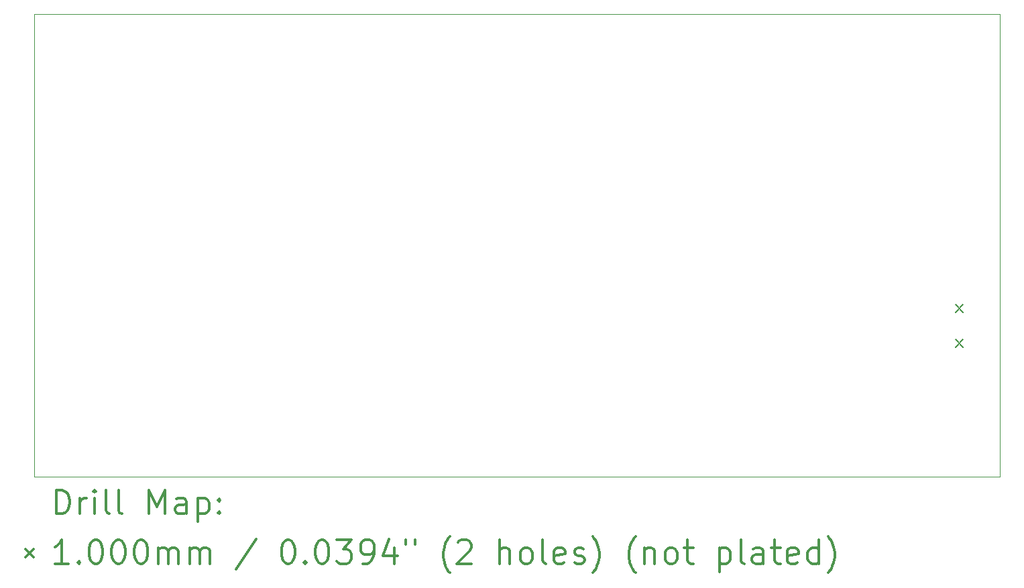
<source format=gbr>
%FSLAX45Y45*%
G04 Gerber Fmt 4.5, Leading zero omitted, Abs format (unit mm)*
G04 Created by KiCad (PCBNEW (5.1.10)-1) date 2021-10-13 19:52:33*
%MOMM*%
%LPD*%
G01*
G04 APERTURE LIST*
%TA.AperFunction,Profile*%
%ADD10C,0.100000*%
%TD*%
%ADD11C,0.200000*%
%ADD12C,0.300000*%
G04 APERTURE END LIST*
D10*
X17526000Y-2794000D02*
X17526000Y-8636000D01*
X5334000Y-2794000D02*
X17526000Y-2794000D01*
X5334000Y-8636000D02*
X5334000Y-2794000D01*
X17526000Y-8636000D02*
X5334000Y-8636000D01*
D11*
X16968000Y-6461000D02*
X17068000Y-6561000D01*
X17068000Y-6461000D02*
X16968000Y-6561000D01*
X16968000Y-6901000D02*
X17068000Y-7001000D01*
X17068000Y-6901000D02*
X16968000Y-7001000D01*
D12*
X5615428Y-9106714D02*
X5615428Y-8806714D01*
X5686857Y-8806714D01*
X5729714Y-8821000D01*
X5758286Y-8849572D01*
X5772571Y-8878143D01*
X5786857Y-8935286D01*
X5786857Y-8978143D01*
X5772571Y-9035286D01*
X5758286Y-9063857D01*
X5729714Y-9092429D01*
X5686857Y-9106714D01*
X5615428Y-9106714D01*
X5915428Y-9106714D02*
X5915428Y-8906714D01*
X5915428Y-8963857D02*
X5929714Y-8935286D01*
X5944000Y-8921000D01*
X5972571Y-8906714D01*
X6001143Y-8906714D01*
X6101143Y-9106714D02*
X6101143Y-8906714D01*
X6101143Y-8806714D02*
X6086857Y-8821000D01*
X6101143Y-8835286D01*
X6115428Y-8821000D01*
X6101143Y-8806714D01*
X6101143Y-8835286D01*
X6286857Y-9106714D02*
X6258286Y-9092429D01*
X6244000Y-9063857D01*
X6244000Y-8806714D01*
X6444000Y-9106714D02*
X6415428Y-9092429D01*
X6401143Y-9063857D01*
X6401143Y-8806714D01*
X6786857Y-9106714D02*
X6786857Y-8806714D01*
X6886857Y-9021000D01*
X6986857Y-8806714D01*
X6986857Y-9106714D01*
X7258286Y-9106714D02*
X7258286Y-8949572D01*
X7244000Y-8921000D01*
X7215428Y-8906714D01*
X7158286Y-8906714D01*
X7129714Y-8921000D01*
X7258286Y-9092429D02*
X7229714Y-9106714D01*
X7158286Y-9106714D01*
X7129714Y-9092429D01*
X7115428Y-9063857D01*
X7115428Y-9035286D01*
X7129714Y-9006714D01*
X7158286Y-8992429D01*
X7229714Y-8992429D01*
X7258286Y-8978143D01*
X7401143Y-8906714D02*
X7401143Y-9206714D01*
X7401143Y-8921000D02*
X7429714Y-8906714D01*
X7486857Y-8906714D01*
X7515428Y-8921000D01*
X7529714Y-8935286D01*
X7544000Y-8963857D01*
X7544000Y-9049572D01*
X7529714Y-9078143D01*
X7515428Y-9092429D01*
X7486857Y-9106714D01*
X7429714Y-9106714D01*
X7401143Y-9092429D01*
X7672571Y-9078143D02*
X7686857Y-9092429D01*
X7672571Y-9106714D01*
X7658286Y-9092429D01*
X7672571Y-9078143D01*
X7672571Y-9106714D01*
X7672571Y-8921000D02*
X7686857Y-8935286D01*
X7672571Y-8949572D01*
X7658286Y-8935286D01*
X7672571Y-8921000D01*
X7672571Y-8949572D01*
X5229000Y-9551000D02*
X5329000Y-9651000D01*
X5329000Y-9551000D02*
X5229000Y-9651000D01*
X5772571Y-9736714D02*
X5601143Y-9736714D01*
X5686857Y-9736714D02*
X5686857Y-9436714D01*
X5658286Y-9479572D01*
X5629714Y-9508143D01*
X5601143Y-9522429D01*
X5901143Y-9708143D02*
X5915428Y-9722429D01*
X5901143Y-9736714D01*
X5886857Y-9722429D01*
X5901143Y-9708143D01*
X5901143Y-9736714D01*
X6101143Y-9436714D02*
X6129714Y-9436714D01*
X6158286Y-9451000D01*
X6172571Y-9465286D01*
X6186857Y-9493857D01*
X6201143Y-9551000D01*
X6201143Y-9622429D01*
X6186857Y-9679572D01*
X6172571Y-9708143D01*
X6158286Y-9722429D01*
X6129714Y-9736714D01*
X6101143Y-9736714D01*
X6072571Y-9722429D01*
X6058286Y-9708143D01*
X6044000Y-9679572D01*
X6029714Y-9622429D01*
X6029714Y-9551000D01*
X6044000Y-9493857D01*
X6058286Y-9465286D01*
X6072571Y-9451000D01*
X6101143Y-9436714D01*
X6386857Y-9436714D02*
X6415428Y-9436714D01*
X6444000Y-9451000D01*
X6458286Y-9465286D01*
X6472571Y-9493857D01*
X6486857Y-9551000D01*
X6486857Y-9622429D01*
X6472571Y-9679572D01*
X6458286Y-9708143D01*
X6444000Y-9722429D01*
X6415428Y-9736714D01*
X6386857Y-9736714D01*
X6358286Y-9722429D01*
X6344000Y-9708143D01*
X6329714Y-9679572D01*
X6315428Y-9622429D01*
X6315428Y-9551000D01*
X6329714Y-9493857D01*
X6344000Y-9465286D01*
X6358286Y-9451000D01*
X6386857Y-9436714D01*
X6672571Y-9436714D02*
X6701143Y-9436714D01*
X6729714Y-9451000D01*
X6744000Y-9465286D01*
X6758286Y-9493857D01*
X6772571Y-9551000D01*
X6772571Y-9622429D01*
X6758286Y-9679572D01*
X6744000Y-9708143D01*
X6729714Y-9722429D01*
X6701143Y-9736714D01*
X6672571Y-9736714D01*
X6644000Y-9722429D01*
X6629714Y-9708143D01*
X6615428Y-9679572D01*
X6601143Y-9622429D01*
X6601143Y-9551000D01*
X6615428Y-9493857D01*
X6629714Y-9465286D01*
X6644000Y-9451000D01*
X6672571Y-9436714D01*
X6901143Y-9736714D02*
X6901143Y-9536714D01*
X6901143Y-9565286D02*
X6915428Y-9551000D01*
X6944000Y-9536714D01*
X6986857Y-9536714D01*
X7015428Y-9551000D01*
X7029714Y-9579572D01*
X7029714Y-9736714D01*
X7029714Y-9579572D02*
X7044000Y-9551000D01*
X7072571Y-9536714D01*
X7115428Y-9536714D01*
X7144000Y-9551000D01*
X7158286Y-9579572D01*
X7158286Y-9736714D01*
X7301143Y-9736714D02*
X7301143Y-9536714D01*
X7301143Y-9565286D02*
X7315428Y-9551000D01*
X7344000Y-9536714D01*
X7386857Y-9536714D01*
X7415428Y-9551000D01*
X7429714Y-9579572D01*
X7429714Y-9736714D01*
X7429714Y-9579572D02*
X7444000Y-9551000D01*
X7472571Y-9536714D01*
X7515428Y-9536714D01*
X7544000Y-9551000D01*
X7558286Y-9579572D01*
X7558286Y-9736714D01*
X8144000Y-9422429D02*
X7886857Y-9808143D01*
X8529714Y-9436714D02*
X8558286Y-9436714D01*
X8586857Y-9451000D01*
X8601143Y-9465286D01*
X8615428Y-9493857D01*
X8629714Y-9551000D01*
X8629714Y-9622429D01*
X8615428Y-9679572D01*
X8601143Y-9708143D01*
X8586857Y-9722429D01*
X8558286Y-9736714D01*
X8529714Y-9736714D01*
X8501143Y-9722429D01*
X8486857Y-9708143D01*
X8472571Y-9679572D01*
X8458286Y-9622429D01*
X8458286Y-9551000D01*
X8472571Y-9493857D01*
X8486857Y-9465286D01*
X8501143Y-9451000D01*
X8529714Y-9436714D01*
X8758286Y-9708143D02*
X8772571Y-9722429D01*
X8758286Y-9736714D01*
X8744000Y-9722429D01*
X8758286Y-9708143D01*
X8758286Y-9736714D01*
X8958286Y-9436714D02*
X8986857Y-9436714D01*
X9015428Y-9451000D01*
X9029714Y-9465286D01*
X9044000Y-9493857D01*
X9058286Y-9551000D01*
X9058286Y-9622429D01*
X9044000Y-9679572D01*
X9029714Y-9708143D01*
X9015428Y-9722429D01*
X8986857Y-9736714D01*
X8958286Y-9736714D01*
X8929714Y-9722429D01*
X8915428Y-9708143D01*
X8901143Y-9679572D01*
X8886857Y-9622429D01*
X8886857Y-9551000D01*
X8901143Y-9493857D01*
X8915428Y-9465286D01*
X8929714Y-9451000D01*
X8958286Y-9436714D01*
X9158286Y-9436714D02*
X9344000Y-9436714D01*
X9244000Y-9551000D01*
X9286857Y-9551000D01*
X9315428Y-9565286D01*
X9329714Y-9579572D01*
X9344000Y-9608143D01*
X9344000Y-9679572D01*
X9329714Y-9708143D01*
X9315428Y-9722429D01*
X9286857Y-9736714D01*
X9201143Y-9736714D01*
X9172571Y-9722429D01*
X9158286Y-9708143D01*
X9486857Y-9736714D02*
X9544000Y-9736714D01*
X9572571Y-9722429D01*
X9586857Y-9708143D01*
X9615428Y-9665286D01*
X9629714Y-9608143D01*
X9629714Y-9493857D01*
X9615428Y-9465286D01*
X9601143Y-9451000D01*
X9572571Y-9436714D01*
X9515428Y-9436714D01*
X9486857Y-9451000D01*
X9472571Y-9465286D01*
X9458286Y-9493857D01*
X9458286Y-9565286D01*
X9472571Y-9593857D01*
X9486857Y-9608143D01*
X9515428Y-9622429D01*
X9572571Y-9622429D01*
X9601143Y-9608143D01*
X9615428Y-9593857D01*
X9629714Y-9565286D01*
X9886857Y-9536714D02*
X9886857Y-9736714D01*
X9815428Y-9422429D02*
X9744000Y-9636714D01*
X9929714Y-9636714D01*
X10029714Y-9436714D02*
X10029714Y-9493857D01*
X10144000Y-9436714D02*
X10144000Y-9493857D01*
X10586857Y-9851000D02*
X10572571Y-9836714D01*
X10544000Y-9793857D01*
X10529714Y-9765286D01*
X10515428Y-9722429D01*
X10501143Y-9651000D01*
X10501143Y-9593857D01*
X10515428Y-9522429D01*
X10529714Y-9479572D01*
X10544000Y-9451000D01*
X10572571Y-9408143D01*
X10586857Y-9393857D01*
X10686857Y-9465286D02*
X10701143Y-9451000D01*
X10729714Y-9436714D01*
X10801143Y-9436714D01*
X10829714Y-9451000D01*
X10844000Y-9465286D01*
X10858286Y-9493857D01*
X10858286Y-9522429D01*
X10844000Y-9565286D01*
X10672571Y-9736714D01*
X10858286Y-9736714D01*
X11215428Y-9736714D02*
X11215428Y-9436714D01*
X11344000Y-9736714D02*
X11344000Y-9579572D01*
X11329714Y-9551000D01*
X11301143Y-9536714D01*
X11258286Y-9536714D01*
X11229714Y-9551000D01*
X11215428Y-9565286D01*
X11529714Y-9736714D02*
X11501143Y-9722429D01*
X11486857Y-9708143D01*
X11472571Y-9679572D01*
X11472571Y-9593857D01*
X11486857Y-9565286D01*
X11501143Y-9551000D01*
X11529714Y-9536714D01*
X11572571Y-9536714D01*
X11601143Y-9551000D01*
X11615428Y-9565286D01*
X11629714Y-9593857D01*
X11629714Y-9679572D01*
X11615428Y-9708143D01*
X11601143Y-9722429D01*
X11572571Y-9736714D01*
X11529714Y-9736714D01*
X11801143Y-9736714D02*
X11772571Y-9722429D01*
X11758286Y-9693857D01*
X11758286Y-9436714D01*
X12029714Y-9722429D02*
X12001143Y-9736714D01*
X11944000Y-9736714D01*
X11915428Y-9722429D01*
X11901143Y-9693857D01*
X11901143Y-9579572D01*
X11915428Y-9551000D01*
X11944000Y-9536714D01*
X12001143Y-9536714D01*
X12029714Y-9551000D01*
X12044000Y-9579572D01*
X12044000Y-9608143D01*
X11901143Y-9636714D01*
X12158286Y-9722429D02*
X12186857Y-9736714D01*
X12244000Y-9736714D01*
X12272571Y-9722429D01*
X12286857Y-9693857D01*
X12286857Y-9679572D01*
X12272571Y-9651000D01*
X12244000Y-9636714D01*
X12201143Y-9636714D01*
X12172571Y-9622429D01*
X12158286Y-9593857D01*
X12158286Y-9579572D01*
X12172571Y-9551000D01*
X12201143Y-9536714D01*
X12244000Y-9536714D01*
X12272571Y-9551000D01*
X12386857Y-9851000D02*
X12401143Y-9836714D01*
X12429714Y-9793857D01*
X12444000Y-9765286D01*
X12458286Y-9722429D01*
X12472571Y-9651000D01*
X12472571Y-9593857D01*
X12458286Y-9522429D01*
X12444000Y-9479572D01*
X12429714Y-9451000D01*
X12401143Y-9408143D01*
X12386857Y-9393857D01*
X12929714Y-9851000D02*
X12915428Y-9836714D01*
X12886857Y-9793857D01*
X12872571Y-9765286D01*
X12858286Y-9722429D01*
X12844000Y-9651000D01*
X12844000Y-9593857D01*
X12858286Y-9522429D01*
X12872571Y-9479572D01*
X12886857Y-9451000D01*
X12915428Y-9408143D01*
X12929714Y-9393857D01*
X13044000Y-9536714D02*
X13044000Y-9736714D01*
X13044000Y-9565286D02*
X13058286Y-9551000D01*
X13086857Y-9536714D01*
X13129714Y-9536714D01*
X13158286Y-9551000D01*
X13172571Y-9579572D01*
X13172571Y-9736714D01*
X13358286Y-9736714D02*
X13329714Y-9722429D01*
X13315428Y-9708143D01*
X13301143Y-9679572D01*
X13301143Y-9593857D01*
X13315428Y-9565286D01*
X13329714Y-9551000D01*
X13358286Y-9536714D01*
X13401143Y-9536714D01*
X13429714Y-9551000D01*
X13444000Y-9565286D01*
X13458286Y-9593857D01*
X13458286Y-9679572D01*
X13444000Y-9708143D01*
X13429714Y-9722429D01*
X13401143Y-9736714D01*
X13358286Y-9736714D01*
X13544000Y-9536714D02*
X13658286Y-9536714D01*
X13586857Y-9436714D02*
X13586857Y-9693857D01*
X13601143Y-9722429D01*
X13629714Y-9736714D01*
X13658286Y-9736714D01*
X13986857Y-9536714D02*
X13986857Y-9836714D01*
X13986857Y-9551000D02*
X14015428Y-9536714D01*
X14072571Y-9536714D01*
X14101143Y-9551000D01*
X14115428Y-9565286D01*
X14129714Y-9593857D01*
X14129714Y-9679572D01*
X14115428Y-9708143D01*
X14101143Y-9722429D01*
X14072571Y-9736714D01*
X14015428Y-9736714D01*
X13986857Y-9722429D01*
X14301143Y-9736714D02*
X14272571Y-9722429D01*
X14258286Y-9693857D01*
X14258286Y-9436714D01*
X14544000Y-9736714D02*
X14544000Y-9579572D01*
X14529714Y-9551000D01*
X14501143Y-9536714D01*
X14444000Y-9536714D01*
X14415428Y-9551000D01*
X14544000Y-9722429D02*
X14515428Y-9736714D01*
X14444000Y-9736714D01*
X14415428Y-9722429D01*
X14401143Y-9693857D01*
X14401143Y-9665286D01*
X14415428Y-9636714D01*
X14444000Y-9622429D01*
X14515428Y-9622429D01*
X14544000Y-9608143D01*
X14644000Y-9536714D02*
X14758286Y-9536714D01*
X14686857Y-9436714D02*
X14686857Y-9693857D01*
X14701143Y-9722429D01*
X14729714Y-9736714D01*
X14758286Y-9736714D01*
X14972571Y-9722429D02*
X14944000Y-9736714D01*
X14886857Y-9736714D01*
X14858286Y-9722429D01*
X14844000Y-9693857D01*
X14844000Y-9579572D01*
X14858286Y-9551000D01*
X14886857Y-9536714D01*
X14944000Y-9536714D01*
X14972571Y-9551000D01*
X14986857Y-9579572D01*
X14986857Y-9608143D01*
X14844000Y-9636714D01*
X15244000Y-9736714D02*
X15244000Y-9436714D01*
X15244000Y-9722429D02*
X15215428Y-9736714D01*
X15158286Y-9736714D01*
X15129714Y-9722429D01*
X15115428Y-9708143D01*
X15101143Y-9679572D01*
X15101143Y-9593857D01*
X15115428Y-9565286D01*
X15129714Y-9551000D01*
X15158286Y-9536714D01*
X15215428Y-9536714D01*
X15244000Y-9551000D01*
X15358286Y-9851000D02*
X15372571Y-9836714D01*
X15401143Y-9793857D01*
X15415428Y-9765286D01*
X15429714Y-9722429D01*
X15444000Y-9651000D01*
X15444000Y-9593857D01*
X15429714Y-9522429D01*
X15415428Y-9479572D01*
X15401143Y-9451000D01*
X15372571Y-9408143D01*
X15358286Y-9393857D01*
M02*

</source>
